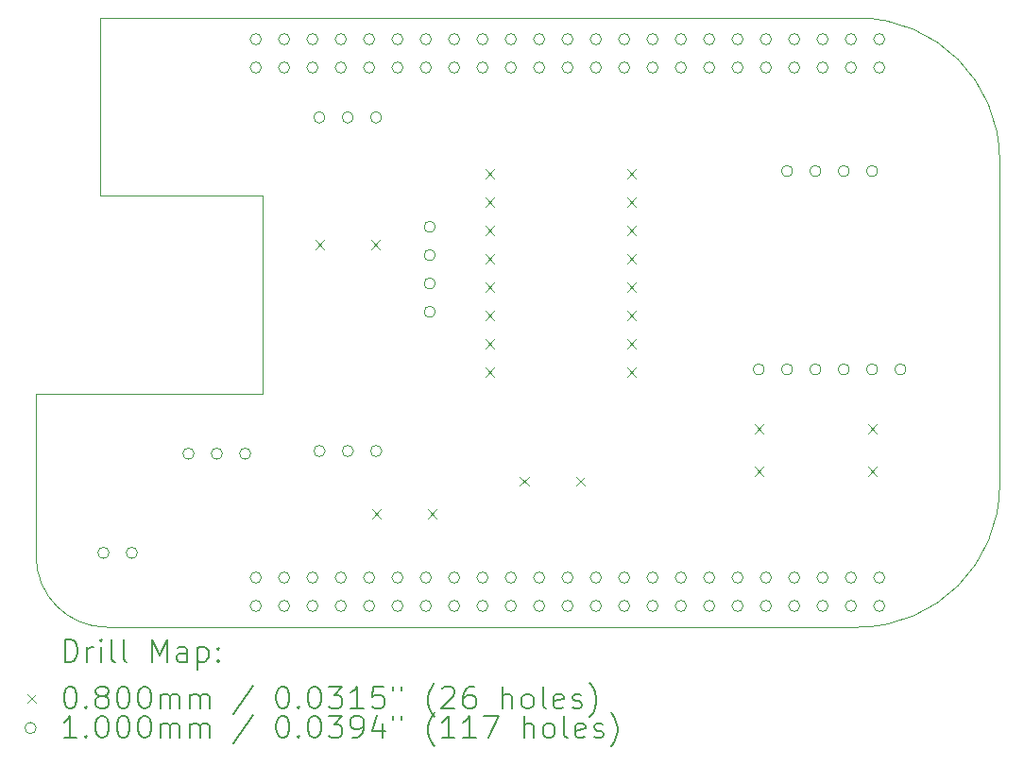
<source format=gbr>
%TF.GenerationSoftware,KiCad,Pcbnew,(6.0.9)*%
%TF.CreationDate,2023-01-03T12:13:11-05:00*%
%TF.ProjectId,cape,63617065-2e6b-4696-9361-645f70636258,1.4*%
%TF.SameCoordinates,Original*%
%TF.FileFunction,Drillmap*%
%TF.FilePolarity,Positive*%
%FSLAX45Y45*%
G04 Gerber Fmt 4.5, Leading zero omitted, Abs format (unit mm)*
G04 Created by KiCad (PCBNEW (6.0.9)) date 2023-01-03 12:13:11*
%MOMM*%
%LPD*%
G01*
G04 APERTURE LIST*
%ADD10C,0.002540*%
%ADD11C,0.200000*%
%ADD12C,0.080000*%
%ADD13C,0.100000*%
G04 APERTURE END LIST*
D10*
X5713250Y-8127250D02*
G75*
G03*
X6348250Y-8762250I635000J0D01*
G01*
X14349250Y-7492250D02*
X14349250Y-4571250D01*
X6348250Y-8762250D02*
X13079250Y-8762250D01*
X7745250Y-6666750D02*
X5713250Y-6666750D01*
X6284750Y-3301250D02*
X6284750Y-4888750D01*
X5713250Y-6666750D02*
X5713250Y-8127250D01*
X13079250Y-3301250D02*
X6284750Y-3301250D01*
X13079250Y-8762250D02*
G75*
G03*
X14349250Y-7492250I0J1270000D01*
G01*
X14349250Y-4571250D02*
G75*
G03*
X13079250Y-3301250I-1270000J0D01*
G01*
X7745250Y-4888750D02*
X7745250Y-6666750D01*
X6284750Y-4888750D02*
X7745250Y-4888750D01*
D11*
D12*
X8213250Y-5293250D02*
X8293250Y-5373250D01*
X8293250Y-5293250D02*
X8213250Y-5373250D01*
X8713250Y-5293250D02*
X8793250Y-5373250D01*
X8793250Y-5293250D02*
X8713250Y-5373250D01*
X8725250Y-7706250D02*
X8805250Y-7786250D01*
X8805250Y-7706250D02*
X8725250Y-7786250D01*
X9225250Y-7706250D02*
X9305250Y-7786250D01*
X9305250Y-7706250D02*
X9225250Y-7786250D01*
X9738250Y-4658250D02*
X9818250Y-4738250D01*
X9818250Y-4658250D02*
X9738250Y-4738250D01*
X9738250Y-4912250D02*
X9818250Y-4992250D01*
X9818250Y-4912250D02*
X9738250Y-4992250D01*
X9738250Y-5166250D02*
X9818250Y-5246250D01*
X9818250Y-5166250D02*
X9738250Y-5246250D01*
X9738250Y-5420250D02*
X9818250Y-5500250D01*
X9818250Y-5420250D02*
X9738250Y-5500250D01*
X9738250Y-5674250D02*
X9818250Y-5754250D01*
X9818250Y-5674250D02*
X9738250Y-5754250D01*
X9738250Y-5928250D02*
X9818250Y-6008250D01*
X9818250Y-5928250D02*
X9738250Y-6008250D01*
X9738250Y-6182250D02*
X9818250Y-6262250D01*
X9818250Y-6182250D02*
X9738250Y-6262250D01*
X9738250Y-6436250D02*
X9818250Y-6516250D01*
X9818250Y-6436250D02*
X9738250Y-6516250D01*
X10050360Y-7414920D02*
X10130360Y-7494920D01*
X10130360Y-7414920D02*
X10050360Y-7494920D01*
X10550360Y-7414920D02*
X10630360Y-7494920D01*
X10630360Y-7414920D02*
X10550360Y-7494920D01*
X11008250Y-4658250D02*
X11088250Y-4738250D01*
X11088250Y-4658250D02*
X11008250Y-4738250D01*
X11008250Y-4912250D02*
X11088250Y-4992250D01*
X11088250Y-4912250D02*
X11008250Y-4992250D01*
X11008250Y-5166250D02*
X11088250Y-5246250D01*
X11088250Y-5166250D02*
X11008250Y-5246250D01*
X11008250Y-5420250D02*
X11088250Y-5500250D01*
X11088250Y-5420250D02*
X11008250Y-5500250D01*
X11008250Y-5674250D02*
X11088250Y-5754250D01*
X11088250Y-5674250D02*
X11008250Y-5754250D01*
X11008250Y-5928250D02*
X11088250Y-6008250D01*
X11088250Y-5928250D02*
X11008250Y-6008250D01*
X11008250Y-6182250D02*
X11088250Y-6262250D01*
X11088250Y-6182250D02*
X11008250Y-6262250D01*
X11008250Y-6436250D02*
X11088250Y-6516250D01*
X11088250Y-6436250D02*
X11008250Y-6516250D01*
X12150250Y-6944250D02*
X12230250Y-7024250D01*
X12230250Y-6944250D02*
X12150250Y-7024250D01*
X12150250Y-7325250D02*
X12230250Y-7405250D01*
X12230250Y-7325250D02*
X12150250Y-7405250D01*
X13166250Y-6944250D02*
X13246250Y-7024250D01*
X13246250Y-6944250D02*
X13166250Y-7024250D01*
X13166250Y-7325250D02*
X13246250Y-7405250D01*
X13246250Y-7325250D02*
X13166250Y-7405250D01*
D13*
X6367000Y-8095000D02*
G75*
G03*
X6367000Y-8095000I-50000J0D01*
G01*
X6621000Y-8095000D02*
G75*
G03*
X6621000Y-8095000I-50000J0D01*
G01*
X7129000Y-7206000D02*
G75*
G03*
X7129000Y-7206000I-50000J0D01*
G01*
X7383000Y-7206000D02*
G75*
G03*
X7383000Y-7206000I-50000J0D01*
G01*
X7637000Y-7206000D02*
G75*
G03*
X7637000Y-7206000I-50000J0D01*
G01*
X7731750Y-3491750D02*
G75*
G03*
X7731750Y-3491750I-50000J0D01*
G01*
X7731750Y-3745750D02*
G75*
G03*
X7731750Y-3745750I-50000J0D01*
G01*
X7731750Y-8317750D02*
G75*
G03*
X7731750Y-8317750I-50000J0D01*
G01*
X7731750Y-8571750D02*
G75*
G03*
X7731750Y-8571750I-50000J0D01*
G01*
X7985750Y-3491750D02*
G75*
G03*
X7985750Y-3491750I-50000J0D01*
G01*
X7985750Y-3745750D02*
G75*
G03*
X7985750Y-3745750I-50000J0D01*
G01*
X7985750Y-8317750D02*
G75*
G03*
X7985750Y-8317750I-50000J0D01*
G01*
X7985750Y-8571750D02*
G75*
G03*
X7985750Y-8571750I-50000J0D01*
G01*
X8239750Y-3491750D02*
G75*
G03*
X8239750Y-3491750I-50000J0D01*
G01*
X8239750Y-3745750D02*
G75*
G03*
X8239750Y-3745750I-50000J0D01*
G01*
X8239750Y-8317750D02*
G75*
G03*
X8239750Y-8317750I-50000J0D01*
G01*
X8239750Y-8571750D02*
G75*
G03*
X8239750Y-8571750I-50000J0D01*
G01*
X8301750Y-4192750D02*
G75*
G03*
X8301750Y-4192750I-50000J0D01*
G01*
X8303250Y-7183000D02*
G75*
G03*
X8303250Y-7183000I-50000J0D01*
G01*
X8493750Y-3491750D02*
G75*
G03*
X8493750Y-3491750I-50000J0D01*
G01*
X8493750Y-3745750D02*
G75*
G03*
X8493750Y-3745750I-50000J0D01*
G01*
X8493750Y-8317750D02*
G75*
G03*
X8493750Y-8317750I-50000J0D01*
G01*
X8493750Y-8571750D02*
G75*
G03*
X8493750Y-8571750I-50000J0D01*
G01*
X8555750Y-4192750D02*
G75*
G03*
X8555750Y-4192750I-50000J0D01*
G01*
X8557250Y-7183000D02*
G75*
G03*
X8557250Y-7183000I-50000J0D01*
G01*
X8747750Y-3491750D02*
G75*
G03*
X8747750Y-3491750I-50000J0D01*
G01*
X8747750Y-3745750D02*
G75*
G03*
X8747750Y-3745750I-50000J0D01*
G01*
X8747750Y-8317750D02*
G75*
G03*
X8747750Y-8317750I-50000J0D01*
G01*
X8747750Y-8571750D02*
G75*
G03*
X8747750Y-8571750I-50000J0D01*
G01*
X8809750Y-4192750D02*
G75*
G03*
X8809750Y-4192750I-50000J0D01*
G01*
X8811250Y-7183000D02*
G75*
G03*
X8811250Y-7183000I-50000J0D01*
G01*
X9001750Y-3491750D02*
G75*
G03*
X9001750Y-3491750I-50000J0D01*
G01*
X9001750Y-3745750D02*
G75*
G03*
X9001750Y-3745750I-50000J0D01*
G01*
X9001750Y-8317750D02*
G75*
G03*
X9001750Y-8317750I-50000J0D01*
G01*
X9001750Y-8571750D02*
G75*
G03*
X9001750Y-8571750I-50000J0D01*
G01*
X9255750Y-3491750D02*
G75*
G03*
X9255750Y-3491750I-50000J0D01*
G01*
X9255750Y-3745750D02*
G75*
G03*
X9255750Y-3745750I-50000J0D01*
G01*
X9255750Y-8317750D02*
G75*
G03*
X9255750Y-8317750I-50000J0D01*
G01*
X9255750Y-8571750D02*
G75*
G03*
X9255750Y-8571750I-50000J0D01*
G01*
X9290500Y-5174000D02*
G75*
G03*
X9290500Y-5174000I-50000J0D01*
G01*
X9290500Y-5428000D02*
G75*
G03*
X9290500Y-5428000I-50000J0D01*
G01*
X9290500Y-5682000D02*
G75*
G03*
X9290500Y-5682000I-50000J0D01*
G01*
X9290500Y-5936000D02*
G75*
G03*
X9290500Y-5936000I-50000J0D01*
G01*
X9509750Y-3491750D02*
G75*
G03*
X9509750Y-3491750I-50000J0D01*
G01*
X9509750Y-3745750D02*
G75*
G03*
X9509750Y-3745750I-50000J0D01*
G01*
X9509750Y-8317750D02*
G75*
G03*
X9509750Y-8317750I-50000J0D01*
G01*
X9509750Y-8571750D02*
G75*
G03*
X9509750Y-8571750I-50000J0D01*
G01*
X9763750Y-3491750D02*
G75*
G03*
X9763750Y-3491750I-50000J0D01*
G01*
X9763750Y-3745750D02*
G75*
G03*
X9763750Y-3745750I-50000J0D01*
G01*
X9763750Y-8317750D02*
G75*
G03*
X9763750Y-8317750I-50000J0D01*
G01*
X9763750Y-8571750D02*
G75*
G03*
X9763750Y-8571750I-50000J0D01*
G01*
X10017750Y-3491750D02*
G75*
G03*
X10017750Y-3491750I-50000J0D01*
G01*
X10017750Y-3745750D02*
G75*
G03*
X10017750Y-3745750I-50000J0D01*
G01*
X10017750Y-8317750D02*
G75*
G03*
X10017750Y-8317750I-50000J0D01*
G01*
X10017750Y-8571750D02*
G75*
G03*
X10017750Y-8571750I-50000J0D01*
G01*
X10271750Y-3491750D02*
G75*
G03*
X10271750Y-3491750I-50000J0D01*
G01*
X10271750Y-3745750D02*
G75*
G03*
X10271750Y-3745750I-50000J0D01*
G01*
X10271750Y-8317750D02*
G75*
G03*
X10271750Y-8317750I-50000J0D01*
G01*
X10271750Y-8571750D02*
G75*
G03*
X10271750Y-8571750I-50000J0D01*
G01*
X10525750Y-3491750D02*
G75*
G03*
X10525750Y-3491750I-50000J0D01*
G01*
X10525750Y-3745750D02*
G75*
G03*
X10525750Y-3745750I-50000J0D01*
G01*
X10525750Y-8317750D02*
G75*
G03*
X10525750Y-8317750I-50000J0D01*
G01*
X10525750Y-8571750D02*
G75*
G03*
X10525750Y-8571750I-50000J0D01*
G01*
X10779750Y-3491750D02*
G75*
G03*
X10779750Y-3491750I-50000J0D01*
G01*
X10779750Y-3745750D02*
G75*
G03*
X10779750Y-3745750I-50000J0D01*
G01*
X10779750Y-8317750D02*
G75*
G03*
X10779750Y-8317750I-50000J0D01*
G01*
X10779750Y-8571750D02*
G75*
G03*
X10779750Y-8571750I-50000J0D01*
G01*
X11033750Y-3491750D02*
G75*
G03*
X11033750Y-3491750I-50000J0D01*
G01*
X11033750Y-3745750D02*
G75*
G03*
X11033750Y-3745750I-50000J0D01*
G01*
X11033750Y-8317750D02*
G75*
G03*
X11033750Y-8317750I-50000J0D01*
G01*
X11033750Y-8571750D02*
G75*
G03*
X11033750Y-8571750I-50000J0D01*
G01*
X11287750Y-3491750D02*
G75*
G03*
X11287750Y-3491750I-50000J0D01*
G01*
X11287750Y-3745750D02*
G75*
G03*
X11287750Y-3745750I-50000J0D01*
G01*
X11287750Y-8317750D02*
G75*
G03*
X11287750Y-8317750I-50000J0D01*
G01*
X11287750Y-8571750D02*
G75*
G03*
X11287750Y-8571750I-50000J0D01*
G01*
X11541750Y-3491750D02*
G75*
G03*
X11541750Y-3491750I-50000J0D01*
G01*
X11541750Y-3745750D02*
G75*
G03*
X11541750Y-3745750I-50000J0D01*
G01*
X11541750Y-8317750D02*
G75*
G03*
X11541750Y-8317750I-50000J0D01*
G01*
X11541750Y-8571750D02*
G75*
G03*
X11541750Y-8571750I-50000J0D01*
G01*
X11795750Y-3491750D02*
G75*
G03*
X11795750Y-3491750I-50000J0D01*
G01*
X11795750Y-3745750D02*
G75*
G03*
X11795750Y-3745750I-50000J0D01*
G01*
X11795750Y-8317750D02*
G75*
G03*
X11795750Y-8317750I-50000J0D01*
G01*
X11795750Y-8571750D02*
G75*
G03*
X11795750Y-8571750I-50000J0D01*
G01*
X12049750Y-3491750D02*
G75*
G03*
X12049750Y-3491750I-50000J0D01*
G01*
X12049750Y-3745750D02*
G75*
G03*
X12049750Y-3745750I-50000J0D01*
G01*
X12049750Y-8317750D02*
G75*
G03*
X12049750Y-8317750I-50000J0D01*
G01*
X12049750Y-8571750D02*
G75*
G03*
X12049750Y-8571750I-50000J0D01*
G01*
X12240250Y-6451500D02*
G75*
G03*
X12240250Y-6451500I-50000J0D01*
G01*
X12303750Y-3491750D02*
G75*
G03*
X12303750Y-3491750I-50000J0D01*
G01*
X12303750Y-3745750D02*
G75*
G03*
X12303750Y-3745750I-50000J0D01*
G01*
X12303750Y-8317750D02*
G75*
G03*
X12303750Y-8317750I-50000J0D01*
G01*
X12303750Y-8571750D02*
G75*
G03*
X12303750Y-8571750I-50000J0D01*
G01*
X12494250Y-4673500D02*
G75*
G03*
X12494250Y-4673500I-50000J0D01*
G01*
X12494250Y-6451500D02*
G75*
G03*
X12494250Y-6451500I-50000J0D01*
G01*
X12557750Y-3491750D02*
G75*
G03*
X12557750Y-3491750I-50000J0D01*
G01*
X12557750Y-3745750D02*
G75*
G03*
X12557750Y-3745750I-50000J0D01*
G01*
X12557750Y-8317750D02*
G75*
G03*
X12557750Y-8317750I-50000J0D01*
G01*
X12557750Y-8571750D02*
G75*
G03*
X12557750Y-8571750I-50000J0D01*
G01*
X12748250Y-4673500D02*
G75*
G03*
X12748250Y-4673500I-50000J0D01*
G01*
X12748250Y-6451500D02*
G75*
G03*
X12748250Y-6451500I-50000J0D01*
G01*
X12811750Y-3491750D02*
G75*
G03*
X12811750Y-3491750I-50000J0D01*
G01*
X12811750Y-3745750D02*
G75*
G03*
X12811750Y-3745750I-50000J0D01*
G01*
X12811750Y-8317750D02*
G75*
G03*
X12811750Y-8317750I-50000J0D01*
G01*
X12811750Y-8571750D02*
G75*
G03*
X12811750Y-8571750I-50000J0D01*
G01*
X13002250Y-4673500D02*
G75*
G03*
X13002250Y-4673500I-50000J0D01*
G01*
X13002250Y-6451500D02*
G75*
G03*
X13002250Y-6451500I-50000J0D01*
G01*
X13065750Y-3491750D02*
G75*
G03*
X13065750Y-3491750I-50000J0D01*
G01*
X13065750Y-3745750D02*
G75*
G03*
X13065750Y-3745750I-50000J0D01*
G01*
X13065750Y-8317750D02*
G75*
G03*
X13065750Y-8317750I-50000J0D01*
G01*
X13065750Y-8571750D02*
G75*
G03*
X13065750Y-8571750I-50000J0D01*
G01*
X13256250Y-4673500D02*
G75*
G03*
X13256250Y-4673500I-50000J0D01*
G01*
X13256250Y-6451500D02*
G75*
G03*
X13256250Y-6451500I-50000J0D01*
G01*
X13319750Y-3491750D02*
G75*
G03*
X13319750Y-3491750I-50000J0D01*
G01*
X13319750Y-3745750D02*
G75*
G03*
X13319750Y-3745750I-50000J0D01*
G01*
X13319750Y-8317750D02*
G75*
G03*
X13319750Y-8317750I-50000J0D01*
G01*
X13319750Y-8571750D02*
G75*
G03*
X13319750Y-8571750I-50000J0D01*
G01*
X13510250Y-6451500D02*
G75*
G03*
X13510250Y-6451500I-50000J0D01*
G01*
D11*
X5970742Y-9072853D02*
X5970742Y-8872853D01*
X6018361Y-8872853D01*
X6046932Y-8882377D01*
X6065980Y-8901425D01*
X6075504Y-8920472D01*
X6085028Y-8958567D01*
X6085028Y-8987139D01*
X6075504Y-9025234D01*
X6065980Y-9044282D01*
X6046932Y-9063329D01*
X6018361Y-9072853D01*
X5970742Y-9072853D01*
X6170742Y-9072853D02*
X6170742Y-8939520D01*
X6170742Y-8977615D02*
X6180266Y-8958567D01*
X6189790Y-8949044D01*
X6208837Y-8939520D01*
X6227885Y-8939520D01*
X6294551Y-9072853D02*
X6294551Y-8939520D01*
X6294551Y-8872853D02*
X6285028Y-8882377D01*
X6294551Y-8891901D01*
X6304075Y-8882377D01*
X6294551Y-8872853D01*
X6294551Y-8891901D01*
X6418361Y-9072853D02*
X6399313Y-9063329D01*
X6389790Y-9044282D01*
X6389790Y-8872853D01*
X6523123Y-9072853D02*
X6504075Y-9063329D01*
X6494551Y-9044282D01*
X6494551Y-8872853D01*
X6751694Y-9072853D02*
X6751694Y-8872853D01*
X6818361Y-9015710D01*
X6885028Y-8872853D01*
X6885028Y-9072853D01*
X7065980Y-9072853D02*
X7065980Y-8968091D01*
X7056456Y-8949044D01*
X7037409Y-8939520D01*
X6999313Y-8939520D01*
X6980266Y-8949044D01*
X7065980Y-9063329D02*
X7046932Y-9072853D01*
X6999313Y-9072853D01*
X6980266Y-9063329D01*
X6970742Y-9044282D01*
X6970742Y-9025234D01*
X6980266Y-9006187D01*
X6999313Y-8996663D01*
X7046932Y-8996663D01*
X7065980Y-8987139D01*
X7161218Y-8939520D02*
X7161218Y-9139520D01*
X7161218Y-8949044D02*
X7180266Y-8939520D01*
X7218361Y-8939520D01*
X7237409Y-8949044D01*
X7246932Y-8958567D01*
X7256456Y-8977615D01*
X7256456Y-9034758D01*
X7246932Y-9053806D01*
X7237409Y-9063329D01*
X7218361Y-9072853D01*
X7180266Y-9072853D01*
X7161218Y-9063329D01*
X7342171Y-9053806D02*
X7351694Y-9063329D01*
X7342171Y-9072853D01*
X7332647Y-9063329D01*
X7342171Y-9053806D01*
X7342171Y-9072853D01*
X7342171Y-8949044D02*
X7351694Y-8958567D01*
X7342171Y-8968091D01*
X7332647Y-8958567D01*
X7342171Y-8949044D01*
X7342171Y-8968091D01*
D12*
X5633123Y-9362377D02*
X5713123Y-9442377D01*
X5713123Y-9362377D02*
X5633123Y-9442377D01*
D11*
X6008837Y-9292853D02*
X6027885Y-9292853D01*
X6046932Y-9302377D01*
X6056456Y-9311901D01*
X6065980Y-9330948D01*
X6075504Y-9369044D01*
X6075504Y-9416663D01*
X6065980Y-9454758D01*
X6056456Y-9473806D01*
X6046932Y-9483329D01*
X6027885Y-9492853D01*
X6008837Y-9492853D01*
X5989790Y-9483329D01*
X5980266Y-9473806D01*
X5970742Y-9454758D01*
X5961218Y-9416663D01*
X5961218Y-9369044D01*
X5970742Y-9330948D01*
X5980266Y-9311901D01*
X5989790Y-9302377D01*
X6008837Y-9292853D01*
X6161218Y-9473806D02*
X6170742Y-9483329D01*
X6161218Y-9492853D01*
X6151694Y-9483329D01*
X6161218Y-9473806D01*
X6161218Y-9492853D01*
X6285028Y-9378567D02*
X6265980Y-9369044D01*
X6256456Y-9359520D01*
X6246932Y-9340472D01*
X6246932Y-9330948D01*
X6256456Y-9311901D01*
X6265980Y-9302377D01*
X6285028Y-9292853D01*
X6323123Y-9292853D01*
X6342171Y-9302377D01*
X6351694Y-9311901D01*
X6361218Y-9330948D01*
X6361218Y-9340472D01*
X6351694Y-9359520D01*
X6342171Y-9369044D01*
X6323123Y-9378567D01*
X6285028Y-9378567D01*
X6265980Y-9388091D01*
X6256456Y-9397615D01*
X6246932Y-9416663D01*
X6246932Y-9454758D01*
X6256456Y-9473806D01*
X6265980Y-9483329D01*
X6285028Y-9492853D01*
X6323123Y-9492853D01*
X6342171Y-9483329D01*
X6351694Y-9473806D01*
X6361218Y-9454758D01*
X6361218Y-9416663D01*
X6351694Y-9397615D01*
X6342171Y-9388091D01*
X6323123Y-9378567D01*
X6485028Y-9292853D02*
X6504075Y-9292853D01*
X6523123Y-9302377D01*
X6532647Y-9311901D01*
X6542171Y-9330948D01*
X6551694Y-9369044D01*
X6551694Y-9416663D01*
X6542171Y-9454758D01*
X6532647Y-9473806D01*
X6523123Y-9483329D01*
X6504075Y-9492853D01*
X6485028Y-9492853D01*
X6465980Y-9483329D01*
X6456456Y-9473806D01*
X6446932Y-9454758D01*
X6437409Y-9416663D01*
X6437409Y-9369044D01*
X6446932Y-9330948D01*
X6456456Y-9311901D01*
X6465980Y-9302377D01*
X6485028Y-9292853D01*
X6675504Y-9292853D02*
X6694551Y-9292853D01*
X6713599Y-9302377D01*
X6723123Y-9311901D01*
X6732647Y-9330948D01*
X6742171Y-9369044D01*
X6742171Y-9416663D01*
X6732647Y-9454758D01*
X6723123Y-9473806D01*
X6713599Y-9483329D01*
X6694551Y-9492853D01*
X6675504Y-9492853D01*
X6656456Y-9483329D01*
X6646932Y-9473806D01*
X6637409Y-9454758D01*
X6627885Y-9416663D01*
X6627885Y-9369044D01*
X6637409Y-9330948D01*
X6646932Y-9311901D01*
X6656456Y-9302377D01*
X6675504Y-9292853D01*
X6827885Y-9492853D02*
X6827885Y-9359520D01*
X6827885Y-9378567D02*
X6837409Y-9369044D01*
X6856456Y-9359520D01*
X6885028Y-9359520D01*
X6904075Y-9369044D01*
X6913599Y-9388091D01*
X6913599Y-9492853D01*
X6913599Y-9388091D02*
X6923123Y-9369044D01*
X6942171Y-9359520D01*
X6970742Y-9359520D01*
X6989790Y-9369044D01*
X6999313Y-9388091D01*
X6999313Y-9492853D01*
X7094551Y-9492853D02*
X7094551Y-9359520D01*
X7094551Y-9378567D02*
X7104075Y-9369044D01*
X7123123Y-9359520D01*
X7151694Y-9359520D01*
X7170742Y-9369044D01*
X7180266Y-9388091D01*
X7180266Y-9492853D01*
X7180266Y-9388091D02*
X7189790Y-9369044D01*
X7208837Y-9359520D01*
X7237409Y-9359520D01*
X7256456Y-9369044D01*
X7265980Y-9388091D01*
X7265980Y-9492853D01*
X7656456Y-9283329D02*
X7485028Y-9540472D01*
X7913599Y-9292853D02*
X7932647Y-9292853D01*
X7951694Y-9302377D01*
X7961218Y-9311901D01*
X7970742Y-9330948D01*
X7980266Y-9369044D01*
X7980266Y-9416663D01*
X7970742Y-9454758D01*
X7961218Y-9473806D01*
X7951694Y-9483329D01*
X7932647Y-9492853D01*
X7913599Y-9492853D01*
X7894551Y-9483329D01*
X7885028Y-9473806D01*
X7875504Y-9454758D01*
X7865980Y-9416663D01*
X7865980Y-9369044D01*
X7875504Y-9330948D01*
X7885028Y-9311901D01*
X7894551Y-9302377D01*
X7913599Y-9292853D01*
X8065980Y-9473806D02*
X8075504Y-9483329D01*
X8065980Y-9492853D01*
X8056456Y-9483329D01*
X8065980Y-9473806D01*
X8065980Y-9492853D01*
X8199313Y-9292853D02*
X8218361Y-9292853D01*
X8237409Y-9302377D01*
X8246932Y-9311901D01*
X8256456Y-9330948D01*
X8265980Y-9369044D01*
X8265980Y-9416663D01*
X8256456Y-9454758D01*
X8246932Y-9473806D01*
X8237409Y-9483329D01*
X8218361Y-9492853D01*
X8199313Y-9492853D01*
X8180266Y-9483329D01*
X8170742Y-9473806D01*
X8161218Y-9454758D01*
X8151694Y-9416663D01*
X8151694Y-9369044D01*
X8161218Y-9330948D01*
X8170742Y-9311901D01*
X8180266Y-9302377D01*
X8199313Y-9292853D01*
X8332647Y-9292853D02*
X8456456Y-9292853D01*
X8389790Y-9369044D01*
X8418361Y-9369044D01*
X8437409Y-9378567D01*
X8446933Y-9388091D01*
X8456456Y-9407139D01*
X8456456Y-9454758D01*
X8446933Y-9473806D01*
X8437409Y-9483329D01*
X8418361Y-9492853D01*
X8361218Y-9492853D01*
X8342171Y-9483329D01*
X8332647Y-9473806D01*
X8646933Y-9492853D02*
X8532647Y-9492853D01*
X8589790Y-9492853D02*
X8589790Y-9292853D01*
X8570742Y-9321425D01*
X8551694Y-9340472D01*
X8532647Y-9349996D01*
X8827885Y-9292853D02*
X8732647Y-9292853D01*
X8723123Y-9388091D01*
X8732647Y-9378567D01*
X8751694Y-9369044D01*
X8799313Y-9369044D01*
X8818361Y-9378567D01*
X8827885Y-9388091D01*
X8837409Y-9407139D01*
X8837409Y-9454758D01*
X8827885Y-9473806D01*
X8818361Y-9483329D01*
X8799313Y-9492853D01*
X8751694Y-9492853D01*
X8732647Y-9483329D01*
X8723123Y-9473806D01*
X8913599Y-9292853D02*
X8913599Y-9330948D01*
X8989790Y-9292853D02*
X8989790Y-9330948D01*
X9285028Y-9569044D02*
X9275504Y-9559520D01*
X9256456Y-9530948D01*
X9246933Y-9511901D01*
X9237409Y-9483329D01*
X9227885Y-9435710D01*
X9227885Y-9397615D01*
X9237409Y-9349996D01*
X9246933Y-9321425D01*
X9256456Y-9302377D01*
X9275504Y-9273806D01*
X9285028Y-9264282D01*
X9351694Y-9311901D02*
X9361218Y-9302377D01*
X9380266Y-9292853D01*
X9427885Y-9292853D01*
X9446933Y-9302377D01*
X9456456Y-9311901D01*
X9465980Y-9330948D01*
X9465980Y-9349996D01*
X9456456Y-9378567D01*
X9342171Y-9492853D01*
X9465980Y-9492853D01*
X9637409Y-9292853D02*
X9599313Y-9292853D01*
X9580266Y-9302377D01*
X9570742Y-9311901D01*
X9551694Y-9340472D01*
X9542171Y-9378567D01*
X9542171Y-9454758D01*
X9551694Y-9473806D01*
X9561218Y-9483329D01*
X9580266Y-9492853D01*
X9618361Y-9492853D01*
X9637409Y-9483329D01*
X9646933Y-9473806D01*
X9656456Y-9454758D01*
X9656456Y-9407139D01*
X9646933Y-9388091D01*
X9637409Y-9378567D01*
X9618361Y-9369044D01*
X9580266Y-9369044D01*
X9561218Y-9378567D01*
X9551694Y-9388091D01*
X9542171Y-9407139D01*
X9894552Y-9492853D02*
X9894552Y-9292853D01*
X9980266Y-9492853D02*
X9980266Y-9388091D01*
X9970742Y-9369044D01*
X9951694Y-9359520D01*
X9923123Y-9359520D01*
X9904075Y-9369044D01*
X9894552Y-9378567D01*
X10104075Y-9492853D02*
X10085028Y-9483329D01*
X10075504Y-9473806D01*
X10065980Y-9454758D01*
X10065980Y-9397615D01*
X10075504Y-9378567D01*
X10085028Y-9369044D01*
X10104075Y-9359520D01*
X10132647Y-9359520D01*
X10151694Y-9369044D01*
X10161218Y-9378567D01*
X10170742Y-9397615D01*
X10170742Y-9454758D01*
X10161218Y-9473806D01*
X10151694Y-9483329D01*
X10132647Y-9492853D01*
X10104075Y-9492853D01*
X10285028Y-9492853D02*
X10265980Y-9483329D01*
X10256456Y-9464282D01*
X10256456Y-9292853D01*
X10437409Y-9483329D02*
X10418361Y-9492853D01*
X10380266Y-9492853D01*
X10361218Y-9483329D01*
X10351694Y-9464282D01*
X10351694Y-9388091D01*
X10361218Y-9369044D01*
X10380266Y-9359520D01*
X10418361Y-9359520D01*
X10437409Y-9369044D01*
X10446933Y-9388091D01*
X10446933Y-9407139D01*
X10351694Y-9426187D01*
X10523123Y-9483329D02*
X10542171Y-9492853D01*
X10580266Y-9492853D01*
X10599313Y-9483329D01*
X10608837Y-9464282D01*
X10608837Y-9454758D01*
X10599313Y-9435710D01*
X10580266Y-9426187D01*
X10551694Y-9426187D01*
X10532647Y-9416663D01*
X10523123Y-9397615D01*
X10523123Y-9388091D01*
X10532647Y-9369044D01*
X10551694Y-9359520D01*
X10580266Y-9359520D01*
X10599313Y-9369044D01*
X10675504Y-9569044D02*
X10685028Y-9559520D01*
X10704075Y-9530948D01*
X10713599Y-9511901D01*
X10723123Y-9483329D01*
X10732647Y-9435710D01*
X10732647Y-9397615D01*
X10723123Y-9349996D01*
X10713599Y-9321425D01*
X10704075Y-9302377D01*
X10685028Y-9273806D01*
X10675504Y-9264282D01*
D13*
X5713123Y-9666377D02*
G75*
G03*
X5713123Y-9666377I-50000J0D01*
G01*
D11*
X6075504Y-9756853D02*
X5961218Y-9756853D01*
X6018361Y-9756853D02*
X6018361Y-9556853D01*
X5999313Y-9585425D01*
X5980266Y-9604472D01*
X5961218Y-9613996D01*
X6161218Y-9737806D02*
X6170742Y-9747329D01*
X6161218Y-9756853D01*
X6151694Y-9747329D01*
X6161218Y-9737806D01*
X6161218Y-9756853D01*
X6294551Y-9556853D02*
X6313599Y-9556853D01*
X6332647Y-9566377D01*
X6342171Y-9575901D01*
X6351694Y-9594948D01*
X6361218Y-9633044D01*
X6361218Y-9680663D01*
X6351694Y-9718758D01*
X6342171Y-9737806D01*
X6332647Y-9747329D01*
X6313599Y-9756853D01*
X6294551Y-9756853D01*
X6275504Y-9747329D01*
X6265980Y-9737806D01*
X6256456Y-9718758D01*
X6246932Y-9680663D01*
X6246932Y-9633044D01*
X6256456Y-9594948D01*
X6265980Y-9575901D01*
X6275504Y-9566377D01*
X6294551Y-9556853D01*
X6485028Y-9556853D02*
X6504075Y-9556853D01*
X6523123Y-9566377D01*
X6532647Y-9575901D01*
X6542171Y-9594948D01*
X6551694Y-9633044D01*
X6551694Y-9680663D01*
X6542171Y-9718758D01*
X6532647Y-9737806D01*
X6523123Y-9747329D01*
X6504075Y-9756853D01*
X6485028Y-9756853D01*
X6465980Y-9747329D01*
X6456456Y-9737806D01*
X6446932Y-9718758D01*
X6437409Y-9680663D01*
X6437409Y-9633044D01*
X6446932Y-9594948D01*
X6456456Y-9575901D01*
X6465980Y-9566377D01*
X6485028Y-9556853D01*
X6675504Y-9556853D02*
X6694551Y-9556853D01*
X6713599Y-9566377D01*
X6723123Y-9575901D01*
X6732647Y-9594948D01*
X6742171Y-9633044D01*
X6742171Y-9680663D01*
X6732647Y-9718758D01*
X6723123Y-9737806D01*
X6713599Y-9747329D01*
X6694551Y-9756853D01*
X6675504Y-9756853D01*
X6656456Y-9747329D01*
X6646932Y-9737806D01*
X6637409Y-9718758D01*
X6627885Y-9680663D01*
X6627885Y-9633044D01*
X6637409Y-9594948D01*
X6646932Y-9575901D01*
X6656456Y-9566377D01*
X6675504Y-9556853D01*
X6827885Y-9756853D02*
X6827885Y-9623520D01*
X6827885Y-9642567D02*
X6837409Y-9633044D01*
X6856456Y-9623520D01*
X6885028Y-9623520D01*
X6904075Y-9633044D01*
X6913599Y-9652091D01*
X6913599Y-9756853D01*
X6913599Y-9652091D02*
X6923123Y-9633044D01*
X6942171Y-9623520D01*
X6970742Y-9623520D01*
X6989790Y-9633044D01*
X6999313Y-9652091D01*
X6999313Y-9756853D01*
X7094551Y-9756853D02*
X7094551Y-9623520D01*
X7094551Y-9642567D02*
X7104075Y-9633044D01*
X7123123Y-9623520D01*
X7151694Y-9623520D01*
X7170742Y-9633044D01*
X7180266Y-9652091D01*
X7180266Y-9756853D01*
X7180266Y-9652091D02*
X7189790Y-9633044D01*
X7208837Y-9623520D01*
X7237409Y-9623520D01*
X7256456Y-9633044D01*
X7265980Y-9652091D01*
X7265980Y-9756853D01*
X7656456Y-9547329D02*
X7485028Y-9804472D01*
X7913599Y-9556853D02*
X7932647Y-9556853D01*
X7951694Y-9566377D01*
X7961218Y-9575901D01*
X7970742Y-9594948D01*
X7980266Y-9633044D01*
X7980266Y-9680663D01*
X7970742Y-9718758D01*
X7961218Y-9737806D01*
X7951694Y-9747329D01*
X7932647Y-9756853D01*
X7913599Y-9756853D01*
X7894551Y-9747329D01*
X7885028Y-9737806D01*
X7875504Y-9718758D01*
X7865980Y-9680663D01*
X7865980Y-9633044D01*
X7875504Y-9594948D01*
X7885028Y-9575901D01*
X7894551Y-9566377D01*
X7913599Y-9556853D01*
X8065980Y-9737806D02*
X8075504Y-9747329D01*
X8065980Y-9756853D01*
X8056456Y-9747329D01*
X8065980Y-9737806D01*
X8065980Y-9756853D01*
X8199313Y-9556853D02*
X8218361Y-9556853D01*
X8237409Y-9566377D01*
X8246932Y-9575901D01*
X8256456Y-9594948D01*
X8265980Y-9633044D01*
X8265980Y-9680663D01*
X8256456Y-9718758D01*
X8246932Y-9737806D01*
X8237409Y-9747329D01*
X8218361Y-9756853D01*
X8199313Y-9756853D01*
X8180266Y-9747329D01*
X8170742Y-9737806D01*
X8161218Y-9718758D01*
X8151694Y-9680663D01*
X8151694Y-9633044D01*
X8161218Y-9594948D01*
X8170742Y-9575901D01*
X8180266Y-9566377D01*
X8199313Y-9556853D01*
X8332647Y-9556853D02*
X8456456Y-9556853D01*
X8389790Y-9633044D01*
X8418361Y-9633044D01*
X8437409Y-9642567D01*
X8446933Y-9652091D01*
X8456456Y-9671139D01*
X8456456Y-9718758D01*
X8446933Y-9737806D01*
X8437409Y-9747329D01*
X8418361Y-9756853D01*
X8361218Y-9756853D01*
X8342171Y-9747329D01*
X8332647Y-9737806D01*
X8551694Y-9756853D02*
X8589790Y-9756853D01*
X8608837Y-9747329D01*
X8618361Y-9737806D01*
X8637409Y-9709234D01*
X8646933Y-9671139D01*
X8646933Y-9594948D01*
X8637409Y-9575901D01*
X8627885Y-9566377D01*
X8608837Y-9556853D01*
X8570742Y-9556853D01*
X8551694Y-9566377D01*
X8542171Y-9575901D01*
X8532647Y-9594948D01*
X8532647Y-9642567D01*
X8542171Y-9661615D01*
X8551694Y-9671139D01*
X8570742Y-9680663D01*
X8608837Y-9680663D01*
X8627885Y-9671139D01*
X8637409Y-9661615D01*
X8646933Y-9642567D01*
X8818361Y-9623520D02*
X8818361Y-9756853D01*
X8770742Y-9547329D02*
X8723123Y-9690187D01*
X8846933Y-9690187D01*
X8913599Y-9556853D02*
X8913599Y-9594948D01*
X8989790Y-9556853D02*
X8989790Y-9594948D01*
X9285028Y-9833044D02*
X9275504Y-9823520D01*
X9256456Y-9794948D01*
X9246933Y-9775901D01*
X9237409Y-9747329D01*
X9227885Y-9699710D01*
X9227885Y-9661615D01*
X9237409Y-9613996D01*
X9246933Y-9585425D01*
X9256456Y-9566377D01*
X9275504Y-9537806D01*
X9285028Y-9528282D01*
X9465980Y-9756853D02*
X9351694Y-9756853D01*
X9408837Y-9756853D02*
X9408837Y-9556853D01*
X9389790Y-9585425D01*
X9370742Y-9604472D01*
X9351694Y-9613996D01*
X9656456Y-9756853D02*
X9542171Y-9756853D01*
X9599313Y-9756853D02*
X9599313Y-9556853D01*
X9580266Y-9585425D01*
X9561218Y-9604472D01*
X9542171Y-9613996D01*
X9723123Y-9556853D02*
X9856456Y-9556853D01*
X9770742Y-9756853D01*
X10085028Y-9756853D02*
X10085028Y-9556853D01*
X10170742Y-9756853D02*
X10170742Y-9652091D01*
X10161218Y-9633044D01*
X10142171Y-9623520D01*
X10113599Y-9623520D01*
X10094552Y-9633044D01*
X10085028Y-9642567D01*
X10294552Y-9756853D02*
X10275504Y-9747329D01*
X10265980Y-9737806D01*
X10256456Y-9718758D01*
X10256456Y-9661615D01*
X10265980Y-9642567D01*
X10275504Y-9633044D01*
X10294552Y-9623520D01*
X10323123Y-9623520D01*
X10342171Y-9633044D01*
X10351694Y-9642567D01*
X10361218Y-9661615D01*
X10361218Y-9718758D01*
X10351694Y-9737806D01*
X10342171Y-9747329D01*
X10323123Y-9756853D01*
X10294552Y-9756853D01*
X10475504Y-9756853D02*
X10456456Y-9747329D01*
X10446933Y-9728282D01*
X10446933Y-9556853D01*
X10627885Y-9747329D02*
X10608837Y-9756853D01*
X10570742Y-9756853D01*
X10551694Y-9747329D01*
X10542171Y-9728282D01*
X10542171Y-9652091D01*
X10551694Y-9633044D01*
X10570742Y-9623520D01*
X10608837Y-9623520D01*
X10627885Y-9633044D01*
X10637409Y-9652091D01*
X10637409Y-9671139D01*
X10542171Y-9690187D01*
X10713599Y-9747329D02*
X10732647Y-9756853D01*
X10770742Y-9756853D01*
X10789790Y-9747329D01*
X10799313Y-9728282D01*
X10799313Y-9718758D01*
X10789790Y-9699710D01*
X10770742Y-9690187D01*
X10742171Y-9690187D01*
X10723123Y-9680663D01*
X10713599Y-9661615D01*
X10713599Y-9652091D01*
X10723123Y-9633044D01*
X10742171Y-9623520D01*
X10770742Y-9623520D01*
X10789790Y-9633044D01*
X10865980Y-9833044D02*
X10875504Y-9823520D01*
X10894552Y-9794948D01*
X10904075Y-9775901D01*
X10913599Y-9747329D01*
X10923123Y-9699710D01*
X10923123Y-9661615D01*
X10913599Y-9613996D01*
X10904075Y-9585425D01*
X10894552Y-9566377D01*
X10875504Y-9537806D01*
X10865980Y-9528282D01*
M02*

</source>
